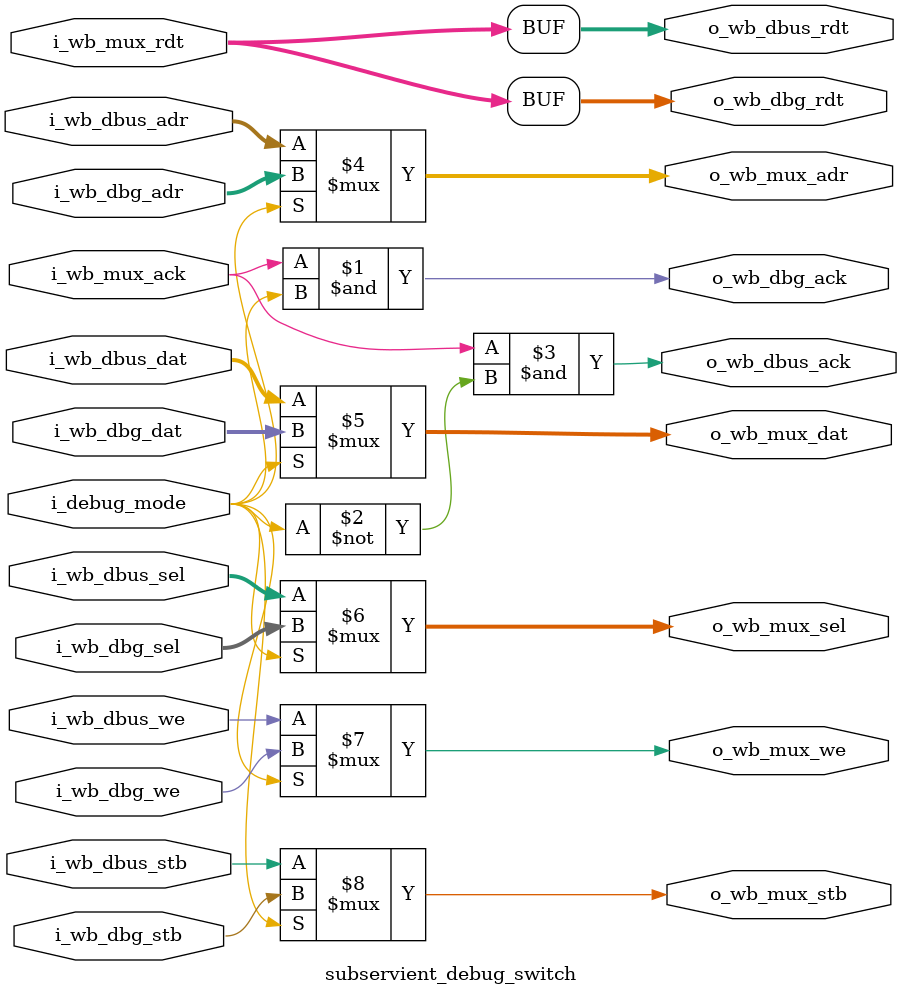
<source format=v>
module subservient_debug_switch(	// file.cleaned.mlir:2:3
  input         i_debug_mode,	// file.cleaned.mlir:2:42
  input  [31:0] i_wb_dbg_adr,	// file.cleaned.mlir:2:65
                i_wb_dbg_dat,	// file.cleaned.mlir:2:89
  input  [3:0]  i_wb_dbg_sel,	// file.cleaned.mlir:2:113
  input         i_wb_dbg_we,	// file.cleaned.mlir:2:136
                i_wb_dbg_stb,	// file.cleaned.mlir:2:158
  input  [31:0] i_wb_dbus_adr,	// file.cleaned.mlir:2:181
                i_wb_dbus_dat,	// file.cleaned.mlir:2:206
  input  [3:0]  i_wb_dbus_sel,	// file.cleaned.mlir:2:231
  input         i_wb_dbus_we,	// file.cleaned.mlir:2:255
                i_wb_dbus_stb,	// file.cleaned.mlir:2:278
  input  [31:0] i_wb_mux_rdt,	// file.cleaned.mlir:2:302
  input         i_wb_mux_ack,	// file.cleaned.mlir:2:326
  output [31:0] o_wb_dbg_rdt,	// file.cleaned.mlir:2:350
  output        o_wb_dbg_ack,	// file.cleaned.mlir:2:374
  output [31:0] o_wb_dbus_rdt,	// file.cleaned.mlir:2:397
  output        o_wb_dbus_ack,	// file.cleaned.mlir:2:422
  output [31:0] o_wb_mux_adr,	// file.cleaned.mlir:2:446
                o_wb_mux_dat,	// file.cleaned.mlir:2:470
  output [3:0]  o_wb_mux_sel,	// file.cleaned.mlir:2:494
  output        o_wb_mux_we,	// file.cleaned.mlir:2:517
                o_wb_mux_stb	// file.cleaned.mlir:2:539
);

  assign o_wb_dbg_rdt = i_wb_mux_rdt;	// file.cleaned.mlir:12:5
  assign o_wb_dbg_ack = i_wb_mux_ack & i_debug_mode;	// file.cleaned.mlir:4:10, :12:5
  assign o_wb_dbus_rdt = i_wb_mux_rdt;	// file.cleaned.mlir:12:5
  assign o_wb_dbus_ack = i_wb_mux_ack & ~i_debug_mode;	// file.cleaned.mlir:5:10, :6:10, :12:5
  assign o_wb_mux_adr = i_debug_mode ? i_wb_dbg_adr : i_wb_dbus_adr;	// file.cleaned.mlir:7:10, :12:5
  assign o_wb_mux_dat = i_debug_mode ? i_wb_dbg_dat : i_wb_dbus_dat;	// file.cleaned.mlir:8:10, :12:5
  assign o_wb_mux_sel = i_debug_mode ? i_wb_dbg_sel : i_wb_dbus_sel;	// file.cleaned.mlir:9:10, :12:5
  assign o_wb_mux_we = i_debug_mode ? i_wb_dbg_we : i_wb_dbus_we;	// file.cleaned.mlir:10:10, :12:5
  assign o_wb_mux_stb = i_debug_mode ? i_wb_dbg_stb : i_wb_dbus_stb;	// file.cleaned.mlir:11:10, :12:5
endmodule


</source>
